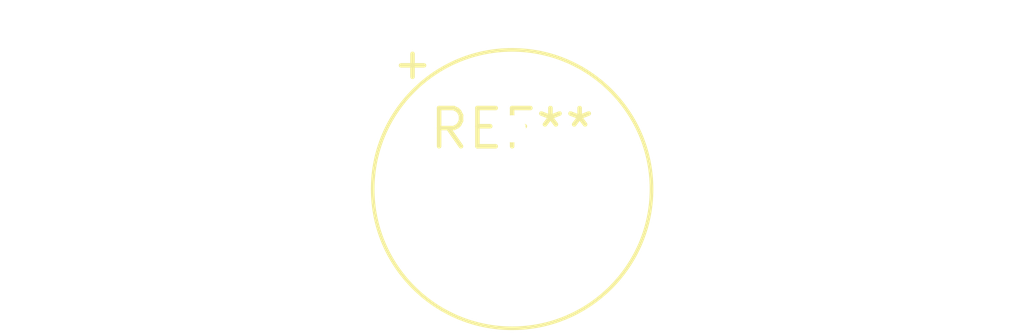
<source format=kicad_pcb>
(kicad_pcb (version 20240108) (generator pcbnew)
  (layers (0 "F.Cu" signal) (31 "B.Cu" signal) (34 "B.Paste" user) (35 "F.Paste" user) (36 "B.SilkS" user "B.Silkscreen") (37 "F.SilkS" user "F.Silkscreen") (38 "B.Mask" user) (39 "F.Mask" user) (44 "Edge.Cuts" user))
  (net 0 "")
  (footprint "MagneticBuzzer_CUI_CST-931RP-A" (layer "F.Cu") (at 0 0)
    (property "Reference" "REF**")
    (property "Value" "MagneticBuzzer_CUI_CST-931RP-A")
    (fp_circle (center 0 2) (end 4.62 2) (layer "F.SilkS") (stroke (width 0.12)) (fill none))
    (fp_text user "+" (at -3.3 -2.18 0) (layer "F.SilkS"))
    (pad "1" thru_hole rect (at 0 0) (size 1.6 1.6) (drill 0.9) (layers *.Cu *.Mask) (remove_unused_layers))
    (pad "2" thru_hole circle (at 0 4) (size 1.6 1.6) (drill 0.9) (layers *.Cu *.Mask) (remove_unused_layers))
  )
)
</source>
